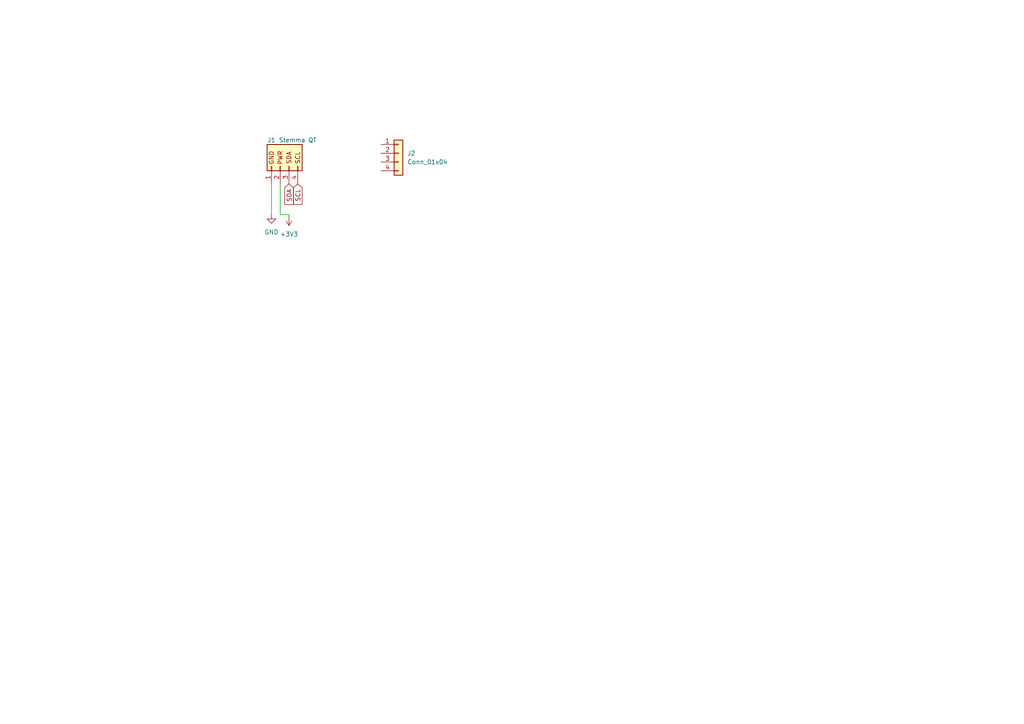
<source format=kicad_sch>
(kicad_sch (version 20230121) (generator eeschema)
  (paper "A4")
  (lib_symbols
    (symbol "BTS_UEXT_STEMMA:Stemma/QT/Qwiic" (pin_names (offset 1.016) hide)
      (property "Reference" "J" (at 0 5.08 0))
      (property "Value" "Stemma_QT_Qwiic" (at 0 -7.62 0))
      (symbol "Stemma/QT/Qwiic_1_1"
        (rectangle (start -1.27 -4.953) (end 0 -5.207) (stroke (width 0.1524)))
        (rectangle (start -1.27 -2.413) (end 0 -2.667) (stroke (width 0.1524)))
        (rectangle (start -1.27 0.127) (end 0 -0.127) (stroke (width 0.1524)))
        (rectangle (start -1.27 2.667) (end 0 2.413) (stroke (width 0.1524)))
        (rectangle (start -1.27 3.81) (end 6.35 -6.35) (stroke (width 0.254)) (fill (type background)))
        (text "GND" (at 2.54 2.54 0) (effects (font (size 1.27 1.27))))
        (text "PWR" (at 2.54 0 0) (effects (font (size 1.27 1.27))))
        (text "SCL" (at 2.54 -5.08 0) (effects (font (size 1.27 1.27))))
        (text "SDA" (at 2.54 -2.54 0) (effects (font (size 1.27 1.27))))
        (pin passive line (at -5.08 2.54 0) (length 3.81) (name "GND") (number "1"))
        (pin passive line (at -5.08 0 0) (length 3.81) (name "V+") (number "2"))
        (pin bidirectional line (at -5.08 -2.54 0) (length 3.81) (name "SDA") (number "3"))
        (pin bidirectional line (at -5.08 -5.08 0) (length 3.81) (name "SCL") (number "4"))
      )
    )
    (symbol "Connector_Generic:Conn_01x04" (pin_names (offset 1.016) hide)
      (property "Reference" "J" (at 0 5.08 0))
      (property "Value" "Conn_01x04" (at 0 -7.62 0))
      (symbol "Conn_01x04_1_1"
        (rectangle (start -1.27 -4.953) (end 0 -5.207) (stroke (width 0.1524)))
        (rectangle (start -1.27 -2.413) (end 0 -2.667) (stroke (width 0.1524)))
        (rectangle (start -1.27 0.127) (end 0 -0.127) (stroke (width 0.1524)))
        (rectangle (start -1.27 2.667) (end 0 2.413) (stroke (width 0.1524)))
        (rectangle (start -1.27 3.81) (end 1.27 -6.35) (stroke (width 0.254)) (fill (type background)))
        (pin passive line (at -5.08 2.54 0) (length 3.81) (name "Pin_1") (number "1"))
        (pin passive line (at -5.08 0 0) (length 3.81) (name "Pin_2") (number "2"))
        (pin passive line (at -5.08 -2.54 0) (length 3.81) (name "Pin_3") (number "3"))
        (pin passive line (at -5.08 -5.08 0) (length 3.81) (name "Pin_4") (number "4"))
      )
    )
    (symbol "power:+3V3" (power) (pin_names (offset 0))
      (property "Value" "+3V3" (at 0 3.556 0))
      (symbol "+3V3_0_1"
        (polyline (pts (xy -0.762 1.27) (xy 0 2.54)))
        (polyline (pts (xy 0 0) (xy 0 2.54)))
        (polyline (pts (xy 0 2.54) (xy 0.762 1.27)))
      )
      (symbol "+3V3_1_1"
        (pin power_in line (at 0 0 90) (length 0) hide (name "+3V3") (number "1"))
      )
    )
    (symbol "power:GND" (power) (pin_names (offset 0))
      (property "Value" "GND" (at 0 -3.81 0))
      (symbol "GND_0_1"
        (polyline (pts (xy 0 0) (xy 0 -1.27) (xy 1.27 -1.27) (xy 0 -2.54) (xy -1.27 -1.27) (xy 0 -1.27)))
      )
      (symbol "GND_1_1"
        (pin power_in line (at 0 0 270) (length 0) hide (name "GND") (number "1"))
      )
    )
  )
  (wire (pts (xy 83.82 62.23) (xy 83.82 62.865)))
  (wire (pts (xy 78.74 53.34) (xy 78.74 62.23)))
  (wire (pts (xy 81.28 62.23) (xy 83.82 62.23)))
  (wire (pts (xy 81.28 53.34) (xy 81.28 62.23)))
  (global_label "SDA" (shape input) (at 83.82 53.34 270) (property "Intersheetrefs" "${INTERSHEET_REFS}" (effects hide)))
  (global_label "SCL" (shape input) (at 86.36 53.34 270) (property "Intersheetrefs" "${INTERSHEET_REFS}" (effects hide)))
  (symbol (lib_id "BTS_UEXT_STEMMA:Stemma/QT/Qwiic") (at 81.28 48.26 90) (unit 1)
    (property "Reference" "J1" (at 78.74 40.64 90))
    (property "Value" "Stemma QT" (at 86.36 40.64 90))
    (property "Footprint" "EasyEDA_Footprints:CONN-SMD_4P-P1.00_SM04B-SRSS-TB-LF-SN" (effects hide))
    (property "LCSC" "C160404" (effects hide))
  )
  (symbol (lib_id "power:+3V3") (at 83.82 62.865 180) (unit 1)
    (property "Reference" "#PWR02" (effects hide))
    (property "Value" "+3V3" (at 83.82 67.945 0))
  )
  (symbol (lib_id "Connector_Generic:Conn_01x04") (at 115.57 44.45 0) (unit 1)
    (property "Reference" "J2" (at 118.11 44.45 0) (effects (justify left)))
    (property "Value" "Conn_01x04" (at 118.11 46.99 0) (effects (justify left)))
  )
  (symbol (lib_id "power:GND") (at 78.74 62.23 0) (unit 1)
    (property "Reference" "#PWR01" (effects hide))
    (property "Value" "GND" (at 78.74 67.31 0))
  )
)
</source>
